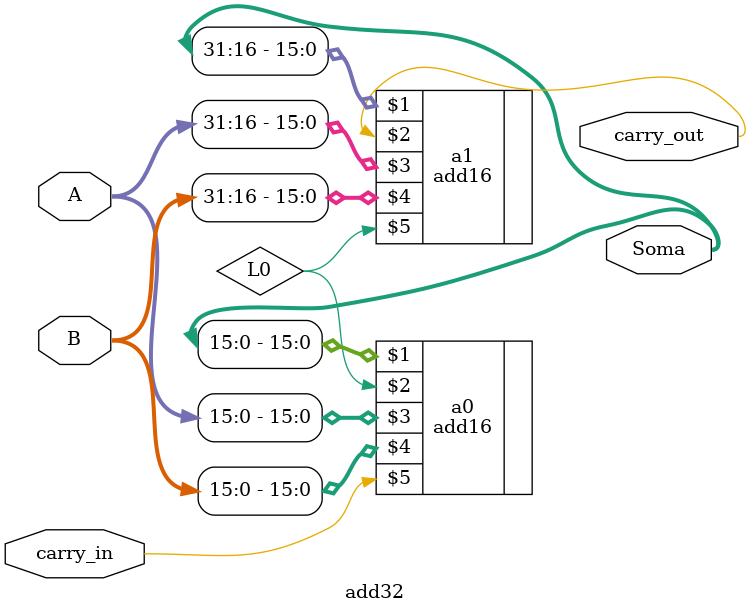
<source format=sv>
module add32(Soma, carry_out, A, B, carry_in);
	output [31:0]Soma;
	output carry_out;
	input [31:0] A, B; //tanto A como B são entradas de 4 bits
	input carry_in;
	
	wire L0;
	
	add16 a0(Soma[15:0], L0, A[15:0], B[15:0], carry_in);
	add16 a1(Soma[31:16], carry_out, A[31:16], B[31:16], L0);
		
endmodule
</source>
